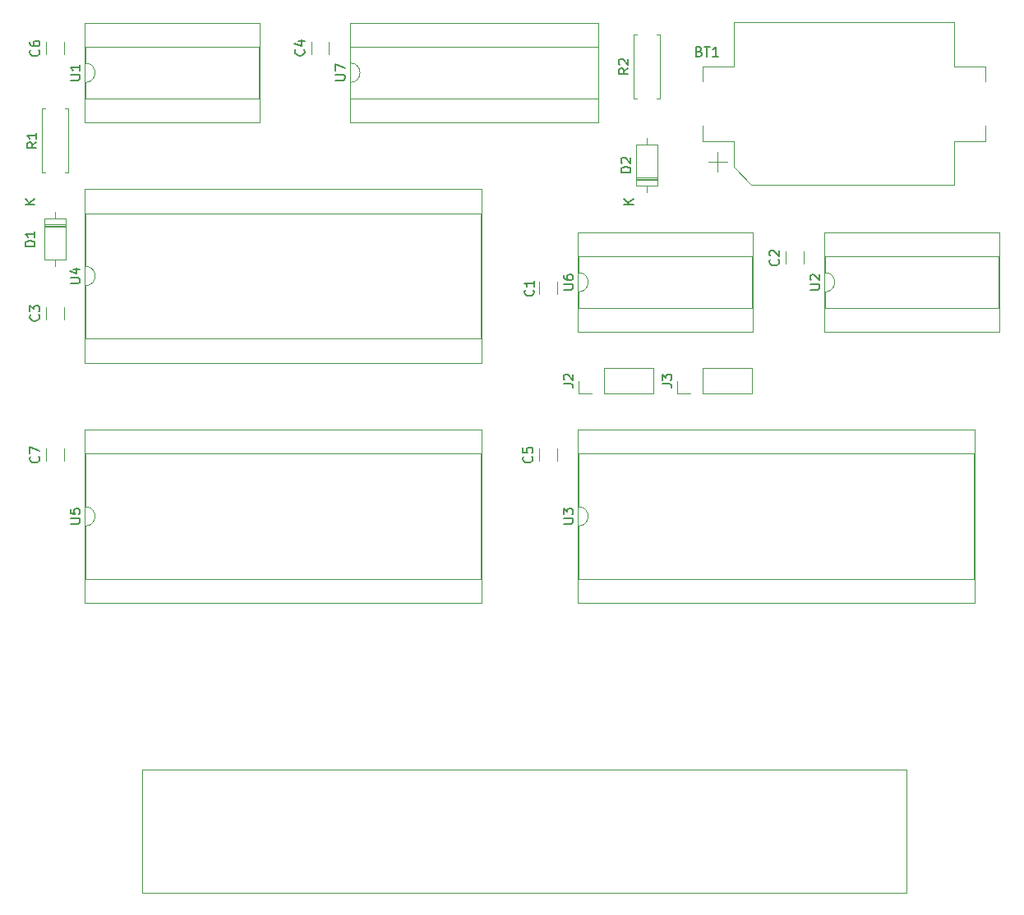
<source format=gto>
G04 #@! TF.GenerationSoftware,KiCad,Pcbnew,5.1.5+dfsg1-2build2*
G04 #@! TF.CreationDate,2021-04-05T19:08:48+08:00*
G04 #@! TF.ProjectId,famicart_rom,66616d69-6361-4727-945f-726f6d2e6b69,rev?*
G04 #@! TF.SameCoordinates,Original*
G04 #@! TF.FileFunction,Legend,Top*
G04 #@! TF.FilePolarity,Positive*
%FSLAX46Y46*%
G04 Gerber Fmt 4.6, Leading zero omitted, Abs format (unit mm)*
G04 Created by KiCad (PCBNEW 5.1.5+dfsg1-2build2) date 2021-04-05 19:08:48*
%MOMM*%
%LPD*%
G04 APERTURE LIST*
%ADD10C,0.120000*%
%ADD11C,0.150000*%
G04 APERTURE END LIST*
D10*
G04 #@! TO.C,U7*
X129420000Y-49470000D02*
X129420000Y-59750000D01*
X155060000Y-49470000D02*
X129420000Y-49470000D01*
X155060000Y-59750000D02*
X155060000Y-49470000D01*
X129420000Y-59750000D02*
X155060000Y-59750000D01*
X129480000Y-51960000D02*
X129480000Y-53610000D01*
X155000000Y-51960000D02*
X129480000Y-51960000D01*
X155000000Y-57260000D02*
X155000000Y-51960000D01*
X129480000Y-57260000D02*
X155000000Y-57260000D01*
X129480000Y-55610000D02*
X129480000Y-57260000D01*
X129480000Y-53610000D02*
G75*
G02X129480000Y-55610000I0J-1000000D01*
G01*
G04 #@! TO.C,U4*
X102115000Y-66615000D02*
X102115000Y-84515000D01*
X142995000Y-66615000D02*
X102115000Y-66615000D01*
X142995000Y-84515000D02*
X142995000Y-66615000D01*
X102115000Y-84515000D02*
X142995000Y-84515000D01*
X102175000Y-69105000D02*
X102175000Y-74565000D01*
X142935000Y-69105000D02*
X102175000Y-69105000D01*
X142935000Y-82025000D02*
X142935000Y-69105000D01*
X102175000Y-82025000D02*
X142935000Y-82025000D01*
X102175000Y-76565000D02*
X102175000Y-82025000D01*
X102175000Y-74565000D02*
G75*
G02X102175000Y-76565000I0J-1000000D01*
G01*
G04 #@! TO.C,U3*
X152915000Y-91380000D02*
X152915000Y-109280000D01*
X193795000Y-91380000D02*
X152915000Y-91380000D01*
X193795000Y-109280000D02*
X193795000Y-91380000D01*
X152915000Y-109280000D02*
X193795000Y-109280000D01*
X152975000Y-93870000D02*
X152975000Y-99330000D01*
X193735000Y-93870000D02*
X152975000Y-93870000D01*
X193735000Y-106790000D02*
X193735000Y-93870000D01*
X152975000Y-106790000D02*
X193735000Y-106790000D01*
X152975000Y-101330000D02*
X152975000Y-106790000D01*
X152975000Y-99330000D02*
G75*
G02X152975000Y-101330000I0J-1000000D01*
G01*
G04 #@! TO.C,U5*
X102175000Y-101330000D02*
X102175000Y-106790000D01*
X102175000Y-106790000D02*
X142935000Y-106790000D01*
X142935000Y-106790000D02*
X142935000Y-93870000D01*
X142935000Y-93870000D02*
X102175000Y-93870000D01*
X102175000Y-93870000D02*
X102175000Y-99330000D01*
X102115000Y-109280000D02*
X142995000Y-109280000D01*
X142995000Y-109280000D02*
X142995000Y-91380000D01*
X142995000Y-91380000D02*
X102115000Y-91380000D01*
X102115000Y-91380000D02*
X102115000Y-109280000D01*
X102175000Y-99330000D02*
G75*
G02X102175000Y-101330000I0J-1000000D01*
G01*
G04 #@! TO.C,J1*
X108010001Y-126425001D02*
X186750001Y-126425001D01*
X186750001Y-126425001D02*
X186750001Y-139125001D01*
X186750001Y-139125001D02*
X108010001Y-139125001D01*
X108010001Y-139125001D02*
X108010001Y-126425001D01*
G04 #@! TO.C,U1*
X102115000Y-49470000D02*
X102115000Y-59750000D01*
X120135000Y-49470000D02*
X102115000Y-49470000D01*
X120135000Y-59750000D02*
X120135000Y-49470000D01*
X102115000Y-59750000D02*
X120135000Y-59750000D01*
X102175000Y-51960000D02*
X102175000Y-53610000D01*
X120075000Y-51960000D02*
X102175000Y-51960000D01*
X120075000Y-57260000D02*
X120075000Y-51960000D01*
X102175000Y-57260000D02*
X120075000Y-57260000D01*
X102175000Y-55610000D02*
X102175000Y-57260000D01*
X102175000Y-53610000D02*
G75*
G02X102175000Y-55610000I0J-1000000D01*
G01*
G04 #@! TO.C,U2*
X178375000Y-77200000D02*
X178375000Y-78850000D01*
X178375000Y-78850000D02*
X196275000Y-78850000D01*
X196275000Y-78850000D02*
X196275000Y-73550000D01*
X196275000Y-73550000D02*
X178375000Y-73550000D01*
X178375000Y-73550000D02*
X178375000Y-75200000D01*
X178315000Y-81340000D02*
X196335000Y-81340000D01*
X196335000Y-81340000D02*
X196335000Y-71060000D01*
X196335000Y-71060000D02*
X178315000Y-71060000D01*
X178315000Y-71060000D02*
X178315000Y-81340000D01*
X178375000Y-75200000D02*
G75*
G02X178375000Y-77200000I0J-1000000D01*
G01*
G04 #@! TO.C,U6*
X152915000Y-71060000D02*
X152915000Y-81340000D01*
X170935000Y-71060000D02*
X152915000Y-71060000D01*
X170935000Y-81340000D02*
X170935000Y-71060000D01*
X152915000Y-81340000D02*
X170935000Y-81340000D01*
X152975000Y-73550000D02*
X152975000Y-75200000D01*
X170875000Y-73550000D02*
X152975000Y-73550000D01*
X170875000Y-78850000D02*
X170875000Y-73550000D01*
X152975000Y-78850000D02*
X170875000Y-78850000D01*
X152975000Y-77200000D02*
X152975000Y-78850000D01*
X152975000Y-75200000D02*
G75*
G02X152975000Y-77200000I0J-1000000D01*
G01*
G04 #@! TO.C,BT1*
X191690000Y-61635000D02*
X194890000Y-61635000D01*
X194890000Y-61635000D02*
X194890000Y-60085000D01*
X191690000Y-66135000D02*
X191690000Y-61635000D01*
X191690000Y-66135000D02*
X170790000Y-66135000D01*
X168990000Y-64335000D02*
X168990000Y-61635000D01*
X170790000Y-66135000D02*
X168990000Y-64335000D01*
X168990000Y-61635000D02*
X165790000Y-61635000D01*
X165790000Y-61635000D02*
X165790000Y-60085000D01*
X168990000Y-53935000D02*
X165790000Y-53935000D01*
X165790000Y-53935000D02*
X165790000Y-55485000D01*
X191690000Y-53935000D02*
X194890000Y-53935000D01*
X194890000Y-53935000D02*
X194890000Y-55485000D01*
X168990000Y-49435000D02*
X191690000Y-49435000D01*
X168990000Y-49435000D02*
X168990000Y-53935000D01*
X191690000Y-49435000D02*
X191690000Y-53935000D01*
X167340000Y-62785000D02*
X167340000Y-64785000D01*
X168340000Y-63785000D02*
X166340000Y-63785000D01*
G04 #@! TO.C,D1*
X100180000Y-69635000D02*
X97940000Y-69635000D01*
X97940000Y-69635000D02*
X97940000Y-73875000D01*
X97940000Y-73875000D02*
X100180000Y-73875000D01*
X100180000Y-73875000D02*
X100180000Y-69635000D01*
X99060000Y-68985000D02*
X99060000Y-69635000D01*
X99060000Y-74525000D02*
X99060000Y-73875000D01*
X100180000Y-70355000D02*
X97940000Y-70355000D01*
X100180000Y-70475000D02*
X97940000Y-70475000D01*
X100180000Y-70235000D02*
X97940000Y-70235000D01*
G04 #@! TO.C,D2*
X158900000Y-65655000D02*
X161140000Y-65655000D01*
X158900000Y-65415000D02*
X161140000Y-65415000D01*
X158900000Y-65535000D02*
X161140000Y-65535000D01*
X160020000Y-61365000D02*
X160020000Y-62015000D01*
X160020000Y-66905000D02*
X160020000Y-66255000D01*
X158900000Y-62015000D02*
X158900000Y-66255000D01*
X161140000Y-62015000D02*
X158900000Y-62015000D01*
X161140000Y-66255000D02*
X161140000Y-62015000D01*
X158900000Y-66255000D02*
X161140000Y-66255000D01*
G04 #@! TO.C,R1*
X98020000Y-64865000D02*
X97690000Y-64865000D01*
X97690000Y-64865000D02*
X97690000Y-58325000D01*
X97690000Y-58325000D02*
X98020000Y-58325000D01*
X100100000Y-64865000D02*
X100430000Y-64865000D01*
X100430000Y-64865000D02*
X100430000Y-58325000D01*
X100430000Y-58325000D02*
X100100000Y-58325000D01*
G04 #@! TO.C,R2*
X161390000Y-50705000D02*
X161060000Y-50705000D01*
X161390000Y-57245000D02*
X161390000Y-50705000D01*
X161060000Y-57245000D02*
X161390000Y-57245000D01*
X158650000Y-50705000D02*
X158980000Y-50705000D01*
X158650000Y-57245000D02*
X158650000Y-50705000D01*
X158980000Y-57245000D02*
X158650000Y-57245000D01*
G04 #@! TO.C,C1*
X148940000Y-76186000D02*
X148940000Y-77444000D01*
X150780000Y-76186000D02*
X150780000Y-77444000D01*
G04 #@! TO.C,C2*
X174340000Y-74309000D02*
X174340000Y-73051000D01*
X176180000Y-74309000D02*
X176180000Y-73051000D01*
G04 #@! TO.C,C3*
X98140000Y-80024000D02*
X98140000Y-78766000D01*
X99980000Y-80024000D02*
X99980000Y-78766000D01*
G04 #@! TO.C,C4*
X127285000Y-52679000D02*
X127285000Y-51421000D01*
X125445000Y-52679000D02*
X125445000Y-51421000D01*
G04 #@! TO.C,C5*
X148940000Y-94629000D02*
X148940000Y-93371000D01*
X150780000Y-94629000D02*
X150780000Y-93371000D01*
G04 #@! TO.C,C6*
X99980000Y-52719000D02*
X99980000Y-51461000D01*
X98140000Y-52719000D02*
X98140000Y-51461000D01*
G04 #@! TO.C,C7*
X99980000Y-94629000D02*
X99980000Y-93371000D01*
X98140000Y-94629000D02*
X98140000Y-93371000D01*
G04 #@! TO.C,J2*
X152975000Y-87690000D02*
X152975000Y-86360000D01*
X154305000Y-87690000D02*
X152975000Y-87690000D01*
X155575000Y-87690000D02*
X155575000Y-85030000D01*
X155575000Y-85030000D02*
X160715000Y-85030000D01*
X155575000Y-87690000D02*
X160715000Y-87690000D01*
X160715000Y-87690000D02*
X160715000Y-85030000D01*
G04 #@! TO.C,J3*
X170875000Y-87690000D02*
X170875000Y-85030000D01*
X165735000Y-87690000D02*
X170875000Y-87690000D01*
X165735000Y-85030000D02*
X170875000Y-85030000D01*
X165735000Y-87690000D02*
X165735000Y-85030000D01*
X164465000Y-87690000D02*
X163135000Y-87690000D01*
X163135000Y-87690000D02*
X163135000Y-86360000D01*
G04 #@! TO.C,U7*
D11*
X127932380Y-55371904D02*
X128741904Y-55371904D01*
X128837142Y-55324285D01*
X128884761Y-55276666D01*
X128932380Y-55181428D01*
X128932380Y-54990952D01*
X128884761Y-54895714D01*
X128837142Y-54848095D01*
X128741904Y-54800476D01*
X127932380Y-54800476D01*
X127932380Y-54419523D02*
X127932380Y-53752857D01*
X128932380Y-54181428D01*
G04 #@! TO.C,U4*
X100627380Y-76326904D02*
X101436904Y-76326904D01*
X101532142Y-76279285D01*
X101579761Y-76231666D01*
X101627380Y-76136428D01*
X101627380Y-75945952D01*
X101579761Y-75850714D01*
X101532142Y-75803095D01*
X101436904Y-75755476D01*
X100627380Y-75755476D01*
X100960714Y-74850714D02*
X101627380Y-74850714D01*
X100579761Y-75088809D02*
X101294047Y-75326904D01*
X101294047Y-74707857D01*
G04 #@! TO.C,U3*
X151427380Y-101091904D02*
X152236904Y-101091904D01*
X152332142Y-101044285D01*
X152379761Y-100996666D01*
X152427380Y-100901428D01*
X152427380Y-100710952D01*
X152379761Y-100615714D01*
X152332142Y-100568095D01*
X152236904Y-100520476D01*
X151427380Y-100520476D01*
X151427380Y-100139523D02*
X151427380Y-99520476D01*
X151808333Y-99853809D01*
X151808333Y-99710952D01*
X151855952Y-99615714D01*
X151903571Y-99568095D01*
X151998809Y-99520476D01*
X152236904Y-99520476D01*
X152332142Y-99568095D01*
X152379761Y-99615714D01*
X152427380Y-99710952D01*
X152427380Y-99996666D01*
X152379761Y-100091904D01*
X152332142Y-100139523D01*
G04 #@! TO.C,U5*
X100627380Y-101091904D02*
X101436904Y-101091904D01*
X101532142Y-101044285D01*
X101579761Y-100996666D01*
X101627380Y-100901428D01*
X101627380Y-100710952D01*
X101579761Y-100615714D01*
X101532142Y-100568095D01*
X101436904Y-100520476D01*
X100627380Y-100520476D01*
X100627380Y-99568095D02*
X100627380Y-100044285D01*
X101103571Y-100091904D01*
X101055952Y-100044285D01*
X101008333Y-99949047D01*
X101008333Y-99710952D01*
X101055952Y-99615714D01*
X101103571Y-99568095D01*
X101198809Y-99520476D01*
X101436904Y-99520476D01*
X101532142Y-99568095D01*
X101579761Y-99615714D01*
X101627380Y-99710952D01*
X101627380Y-99949047D01*
X101579761Y-100044285D01*
X101532142Y-100091904D01*
G04 #@! TO.C,U1*
X100627380Y-55371904D02*
X101436904Y-55371904D01*
X101532142Y-55324285D01*
X101579761Y-55276666D01*
X101627380Y-55181428D01*
X101627380Y-54990952D01*
X101579761Y-54895714D01*
X101532142Y-54848095D01*
X101436904Y-54800476D01*
X100627380Y-54800476D01*
X101627380Y-53800476D02*
X101627380Y-54371904D01*
X101627380Y-54086190D02*
X100627380Y-54086190D01*
X100770238Y-54181428D01*
X100865476Y-54276666D01*
X100913095Y-54371904D01*
G04 #@! TO.C,U2*
X176827380Y-76961904D02*
X177636904Y-76961904D01*
X177732142Y-76914285D01*
X177779761Y-76866666D01*
X177827380Y-76771428D01*
X177827380Y-76580952D01*
X177779761Y-76485714D01*
X177732142Y-76438095D01*
X177636904Y-76390476D01*
X176827380Y-76390476D01*
X176922619Y-75961904D02*
X176875000Y-75914285D01*
X176827380Y-75819047D01*
X176827380Y-75580952D01*
X176875000Y-75485714D01*
X176922619Y-75438095D01*
X177017857Y-75390476D01*
X177113095Y-75390476D01*
X177255952Y-75438095D01*
X177827380Y-76009523D01*
X177827380Y-75390476D01*
G04 #@! TO.C,U6*
X151427380Y-76961904D02*
X152236904Y-76961904D01*
X152332142Y-76914285D01*
X152379761Y-76866666D01*
X152427380Y-76771428D01*
X152427380Y-76580952D01*
X152379761Y-76485714D01*
X152332142Y-76438095D01*
X152236904Y-76390476D01*
X151427380Y-76390476D01*
X151427380Y-75485714D02*
X151427380Y-75676190D01*
X151475000Y-75771428D01*
X151522619Y-75819047D01*
X151665476Y-75914285D01*
X151855952Y-75961904D01*
X152236904Y-75961904D01*
X152332142Y-75914285D01*
X152379761Y-75866666D01*
X152427380Y-75771428D01*
X152427380Y-75580952D01*
X152379761Y-75485714D01*
X152332142Y-75438095D01*
X152236904Y-75390476D01*
X151998809Y-75390476D01*
X151903571Y-75438095D01*
X151855952Y-75485714D01*
X151808333Y-75580952D01*
X151808333Y-75771428D01*
X151855952Y-75866666D01*
X151903571Y-75914285D01*
X151998809Y-75961904D01*
G04 #@! TO.C,BT1*
X165429285Y-52413571D02*
X165572142Y-52461190D01*
X165619761Y-52508809D01*
X165667380Y-52604047D01*
X165667380Y-52746904D01*
X165619761Y-52842142D01*
X165572142Y-52889761D01*
X165476904Y-52937380D01*
X165095952Y-52937380D01*
X165095952Y-51937380D01*
X165429285Y-51937380D01*
X165524523Y-51985000D01*
X165572142Y-52032619D01*
X165619761Y-52127857D01*
X165619761Y-52223095D01*
X165572142Y-52318333D01*
X165524523Y-52365952D01*
X165429285Y-52413571D01*
X165095952Y-52413571D01*
X165953095Y-51937380D02*
X166524523Y-51937380D01*
X166238809Y-52937380D02*
X166238809Y-51937380D01*
X167381666Y-52937380D02*
X166810238Y-52937380D01*
X167095952Y-52937380D02*
X167095952Y-51937380D01*
X167000714Y-52080238D01*
X166905476Y-52175476D01*
X166810238Y-52223095D01*
G04 #@! TO.C,D1*
X96972380Y-72493095D02*
X95972380Y-72493095D01*
X95972380Y-72255000D01*
X96020000Y-72112142D01*
X96115238Y-72016904D01*
X96210476Y-71969285D01*
X96400952Y-71921666D01*
X96543809Y-71921666D01*
X96734285Y-71969285D01*
X96829523Y-72016904D01*
X96924761Y-72112142D01*
X96972380Y-72255000D01*
X96972380Y-72493095D01*
X96972380Y-70969285D02*
X96972380Y-71540714D01*
X96972380Y-71255000D02*
X95972380Y-71255000D01*
X96115238Y-71350238D01*
X96210476Y-71445476D01*
X96258095Y-71540714D01*
X96972380Y-68206904D02*
X95972380Y-68206904D01*
X96972380Y-67635476D02*
X96400952Y-68064047D01*
X95972380Y-67635476D02*
X96543809Y-68206904D01*
G04 #@! TO.C,D2*
X158352380Y-64873095D02*
X157352380Y-64873095D01*
X157352380Y-64635000D01*
X157400000Y-64492142D01*
X157495238Y-64396904D01*
X157590476Y-64349285D01*
X157780952Y-64301666D01*
X157923809Y-64301666D01*
X158114285Y-64349285D01*
X158209523Y-64396904D01*
X158304761Y-64492142D01*
X158352380Y-64635000D01*
X158352380Y-64873095D01*
X157447619Y-63920714D02*
X157400000Y-63873095D01*
X157352380Y-63777857D01*
X157352380Y-63539761D01*
X157400000Y-63444523D01*
X157447619Y-63396904D01*
X157542857Y-63349285D01*
X157638095Y-63349285D01*
X157780952Y-63396904D01*
X158352380Y-63968333D01*
X158352380Y-63349285D01*
X158672380Y-68206904D02*
X157672380Y-68206904D01*
X158672380Y-67635476D02*
X158100952Y-68064047D01*
X157672380Y-67635476D02*
X158243809Y-68206904D01*
G04 #@! TO.C,R1*
X97142380Y-61761666D02*
X96666190Y-62095000D01*
X97142380Y-62333095D02*
X96142380Y-62333095D01*
X96142380Y-61952142D01*
X96190000Y-61856904D01*
X96237619Y-61809285D01*
X96332857Y-61761666D01*
X96475714Y-61761666D01*
X96570952Y-61809285D01*
X96618571Y-61856904D01*
X96666190Y-61952142D01*
X96666190Y-62333095D01*
X97142380Y-60809285D02*
X97142380Y-61380714D01*
X97142380Y-61095000D02*
X96142380Y-61095000D01*
X96285238Y-61190238D01*
X96380476Y-61285476D01*
X96428095Y-61380714D01*
G04 #@! TO.C,R2*
X158102380Y-54141666D02*
X157626190Y-54475000D01*
X158102380Y-54713095D02*
X157102380Y-54713095D01*
X157102380Y-54332142D01*
X157150000Y-54236904D01*
X157197619Y-54189285D01*
X157292857Y-54141666D01*
X157435714Y-54141666D01*
X157530952Y-54189285D01*
X157578571Y-54236904D01*
X157626190Y-54332142D01*
X157626190Y-54713095D01*
X157197619Y-53760714D02*
X157150000Y-53713095D01*
X157102380Y-53617857D01*
X157102380Y-53379761D01*
X157150000Y-53284523D01*
X157197619Y-53236904D01*
X157292857Y-53189285D01*
X157388095Y-53189285D01*
X157530952Y-53236904D01*
X158102380Y-53808333D01*
X158102380Y-53189285D01*
G04 #@! TO.C,C1*
X148312142Y-77001666D02*
X148359761Y-77049285D01*
X148407380Y-77192142D01*
X148407380Y-77287380D01*
X148359761Y-77430238D01*
X148264523Y-77525476D01*
X148169285Y-77573095D01*
X147978809Y-77620714D01*
X147835952Y-77620714D01*
X147645476Y-77573095D01*
X147550238Y-77525476D01*
X147455000Y-77430238D01*
X147407380Y-77287380D01*
X147407380Y-77192142D01*
X147455000Y-77049285D01*
X147502619Y-77001666D01*
X148407380Y-76049285D02*
X148407380Y-76620714D01*
X148407380Y-76335000D02*
X147407380Y-76335000D01*
X147550238Y-76430238D01*
X147645476Y-76525476D01*
X147693095Y-76620714D01*
G04 #@! TO.C,C2*
X173567142Y-73846666D02*
X173614761Y-73894285D01*
X173662380Y-74037142D01*
X173662380Y-74132380D01*
X173614761Y-74275238D01*
X173519523Y-74370476D01*
X173424285Y-74418095D01*
X173233809Y-74465714D01*
X173090952Y-74465714D01*
X172900476Y-74418095D01*
X172805238Y-74370476D01*
X172710000Y-74275238D01*
X172662380Y-74132380D01*
X172662380Y-74037142D01*
X172710000Y-73894285D01*
X172757619Y-73846666D01*
X172757619Y-73465714D02*
X172710000Y-73418095D01*
X172662380Y-73322857D01*
X172662380Y-73084761D01*
X172710000Y-72989523D01*
X172757619Y-72941904D01*
X172852857Y-72894285D01*
X172948095Y-72894285D01*
X173090952Y-72941904D01*
X173662380Y-73513333D01*
X173662380Y-72894285D01*
G04 #@! TO.C,C3*
X97367142Y-79561666D02*
X97414761Y-79609285D01*
X97462380Y-79752142D01*
X97462380Y-79847380D01*
X97414761Y-79990238D01*
X97319523Y-80085476D01*
X97224285Y-80133095D01*
X97033809Y-80180714D01*
X96890952Y-80180714D01*
X96700476Y-80133095D01*
X96605238Y-80085476D01*
X96510000Y-79990238D01*
X96462380Y-79847380D01*
X96462380Y-79752142D01*
X96510000Y-79609285D01*
X96557619Y-79561666D01*
X96462380Y-79228333D02*
X96462380Y-78609285D01*
X96843333Y-78942619D01*
X96843333Y-78799761D01*
X96890952Y-78704523D01*
X96938571Y-78656904D01*
X97033809Y-78609285D01*
X97271904Y-78609285D01*
X97367142Y-78656904D01*
X97414761Y-78704523D01*
X97462380Y-78799761D01*
X97462380Y-79085476D01*
X97414761Y-79180714D01*
X97367142Y-79228333D01*
G04 #@! TO.C,C4*
X124672142Y-52216666D02*
X124719761Y-52264285D01*
X124767380Y-52407142D01*
X124767380Y-52502380D01*
X124719761Y-52645238D01*
X124624523Y-52740476D01*
X124529285Y-52788095D01*
X124338809Y-52835714D01*
X124195952Y-52835714D01*
X124005476Y-52788095D01*
X123910238Y-52740476D01*
X123815000Y-52645238D01*
X123767380Y-52502380D01*
X123767380Y-52407142D01*
X123815000Y-52264285D01*
X123862619Y-52216666D01*
X124100714Y-51359523D02*
X124767380Y-51359523D01*
X123719761Y-51597619D02*
X124434047Y-51835714D01*
X124434047Y-51216666D01*
G04 #@! TO.C,C5*
X148167142Y-94166666D02*
X148214761Y-94214285D01*
X148262380Y-94357142D01*
X148262380Y-94452380D01*
X148214761Y-94595238D01*
X148119523Y-94690476D01*
X148024285Y-94738095D01*
X147833809Y-94785714D01*
X147690952Y-94785714D01*
X147500476Y-94738095D01*
X147405238Y-94690476D01*
X147310000Y-94595238D01*
X147262380Y-94452380D01*
X147262380Y-94357142D01*
X147310000Y-94214285D01*
X147357619Y-94166666D01*
X147262380Y-93261904D02*
X147262380Y-93738095D01*
X147738571Y-93785714D01*
X147690952Y-93738095D01*
X147643333Y-93642857D01*
X147643333Y-93404761D01*
X147690952Y-93309523D01*
X147738571Y-93261904D01*
X147833809Y-93214285D01*
X148071904Y-93214285D01*
X148167142Y-93261904D01*
X148214761Y-93309523D01*
X148262380Y-93404761D01*
X148262380Y-93642857D01*
X148214761Y-93738095D01*
X148167142Y-93785714D01*
G04 #@! TO.C,C6*
X97367142Y-52256666D02*
X97414761Y-52304285D01*
X97462380Y-52447142D01*
X97462380Y-52542380D01*
X97414761Y-52685238D01*
X97319523Y-52780476D01*
X97224285Y-52828095D01*
X97033809Y-52875714D01*
X96890952Y-52875714D01*
X96700476Y-52828095D01*
X96605238Y-52780476D01*
X96510000Y-52685238D01*
X96462380Y-52542380D01*
X96462380Y-52447142D01*
X96510000Y-52304285D01*
X96557619Y-52256666D01*
X96462380Y-51399523D02*
X96462380Y-51590000D01*
X96510000Y-51685238D01*
X96557619Y-51732857D01*
X96700476Y-51828095D01*
X96890952Y-51875714D01*
X97271904Y-51875714D01*
X97367142Y-51828095D01*
X97414761Y-51780476D01*
X97462380Y-51685238D01*
X97462380Y-51494761D01*
X97414761Y-51399523D01*
X97367142Y-51351904D01*
X97271904Y-51304285D01*
X97033809Y-51304285D01*
X96938571Y-51351904D01*
X96890952Y-51399523D01*
X96843333Y-51494761D01*
X96843333Y-51685238D01*
X96890952Y-51780476D01*
X96938571Y-51828095D01*
X97033809Y-51875714D01*
G04 #@! TO.C,C7*
X97367142Y-94166666D02*
X97414761Y-94214285D01*
X97462380Y-94357142D01*
X97462380Y-94452380D01*
X97414761Y-94595238D01*
X97319523Y-94690476D01*
X97224285Y-94738095D01*
X97033809Y-94785714D01*
X96890952Y-94785714D01*
X96700476Y-94738095D01*
X96605238Y-94690476D01*
X96510000Y-94595238D01*
X96462380Y-94452380D01*
X96462380Y-94357142D01*
X96510000Y-94214285D01*
X96557619Y-94166666D01*
X96462380Y-93833333D02*
X96462380Y-93166666D01*
X97462380Y-93595238D01*
G04 #@! TO.C,J2*
X151427380Y-86693333D02*
X152141666Y-86693333D01*
X152284523Y-86740952D01*
X152379761Y-86836190D01*
X152427380Y-86979047D01*
X152427380Y-87074285D01*
X151522619Y-86264761D02*
X151475000Y-86217142D01*
X151427380Y-86121904D01*
X151427380Y-85883809D01*
X151475000Y-85788571D01*
X151522619Y-85740952D01*
X151617857Y-85693333D01*
X151713095Y-85693333D01*
X151855952Y-85740952D01*
X152427380Y-86312380D01*
X152427380Y-85693333D01*
G04 #@! TO.C,J3*
X161587380Y-86693333D02*
X162301666Y-86693333D01*
X162444523Y-86740952D01*
X162539761Y-86836190D01*
X162587380Y-86979047D01*
X162587380Y-87074285D01*
X161587380Y-86312380D02*
X161587380Y-85693333D01*
X161968333Y-86026666D01*
X161968333Y-85883809D01*
X162015952Y-85788571D01*
X162063571Y-85740952D01*
X162158809Y-85693333D01*
X162396904Y-85693333D01*
X162492142Y-85740952D01*
X162539761Y-85788571D01*
X162587380Y-85883809D01*
X162587380Y-86169523D01*
X162539761Y-86264761D01*
X162492142Y-86312380D01*
G04 #@! TD*
M02*

</source>
